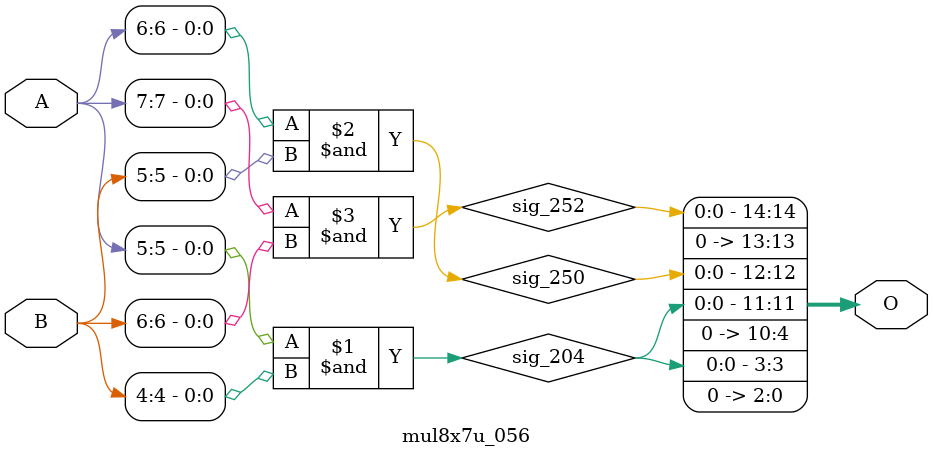
<source format=v>

/***
* This code is a part of EvoApproxLib library (ehw.fit.vutbr.cz/approxlib) distributed under The MIT License.
* When used, please cite the following article(s): V. Mrazek, L. Sekanina, Z. Vasicek "Libraries of Approximate Circuits: Automated Design and Application in CNN Accelerators" IEEE Journal on Emerging and Selected Topics in Circuits and Systems, Vol 10, No 4, 2020 
* This file contains a circuit from a sub-set of pareto optimal circuits with respect to the pwr and wce parameters
***/
// MAE% = 9.73 %
// MAE = 3189 
// WCE% = 30.62 %
// WCE = 10033 
// WCRE% = 301.56 %
// EP% = 98.83 %
// MRE% = 62.41 %
// MSE = 16898.093e3 
// PDK45_PWR = 0.00089 mW
// PDK45_AREA = 7.0 um2
// PDK45_DELAY = 0.04 ns

module mul8x7u_056 (
    A,
    B,
    O
);

input [7:0] A;
input [6:0] B;
output [14:0] O;

wire sig_204,sig_250,sig_252;

assign sig_204 = A[5] & B[4];
assign sig_250 = A[6] & B[5];
assign sig_252 = A[7] & B[6];

assign O[14] = sig_252;
assign O[13] = 1'b0;
assign O[12] = sig_250;
assign O[11] = sig_204;
assign O[10] = 1'b0;
assign O[9] = 1'b0;
assign O[8] = 1'b0;
assign O[7] = 1'b0;
assign O[6] = 1'b0;
assign O[5] = 1'b0;
assign O[4] = 1'b0;
assign O[3] = sig_204;
assign O[2] = 1'b0;
assign O[1] = 1'b0;
assign O[0] = 1'b0;

endmodule



</source>
